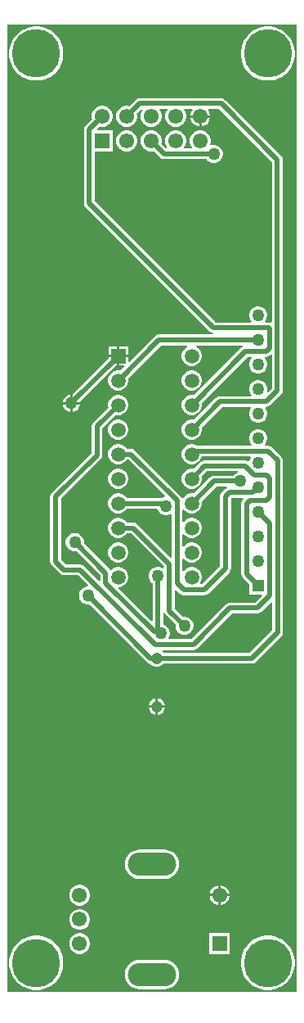
<source format=gbr>
%TF.GenerationSoftware,Altium Limited,Altium Designer,24.3.1 (35)*%
G04 Layer_Physical_Order=2*
G04 Layer_Color=16711680*
%FSLAX45Y45*%
%MOMM*%
%TF.SameCoordinates,0FFCB549-CC09-4AA2-A398-349E3E2AD51F*%
%TF.FilePolarity,Positive*%
%TF.FileFunction,Copper,L2,Bot,Signal*%
%TF.Part,Single*%
G01*
G75*
%TA.AperFunction,Conductor*%
%ADD12C,0.50000*%
%TA.AperFunction,ViaPad*%
%ADD13C,5.00000*%
%TA.AperFunction,ComponentPad*%
%ADD14C,1.55000*%
%ADD15R,1.55000X1.55000*%
%ADD16C,1.27000*%
%ADD17R,1.27000X1.27000*%
%ADD18R,1.50000X1.50000*%
%ADD19C,1.50000*%
%ADD20C,1.20000*%
G04:AMPARAMS|DCode=21|XSize=2.4mm|YSize=5mm|CornerRadius=1.2mm|HoleSize=0mm|Usage=FLASHONLY|Rotation=90.000|XOffset=0mm|YOffset=0mm|HoleType=Round|Shape=RoundedRectangle|*
%AMROUNDEDRECTD21*
21,1,2.40000,2.60000,0,0,90.0*
21,1,0.00000,5.00000,0,0,90.0*
1,1,2.40000,1.30000,0.00000*
1,1,2.40000,1.30000,0.00000*
1,1,2.40000,-1.30000,0.00000*
1,1,2.40000,-1.30000,0.00000*
%
%ADD21ROUNDEDRECTD21*%
%ADD22R,1.55000X1.55000*%
%TA.AperFunction,ViaPad*%
%ADD23C,1.27000*%
G36*
X3000000Y0D02*
X0D01*
Y10000000D01*
X3000000D01*
Y0D01*
D02*
G37*
%LPC*%
G36*
X2722036Y9980002D02*
X2677963D01*
X2634433Y9973107D01*
X2592517Y9959488D01*
X2553248Y9939479D01*
X2517592Y9913574D01*
X2486428Y9882410D01*
X2460522Y9846754D01*
X2440514Y9807485D01*
X2426895Y9765569D01*
X2420000Y9722038D01*
Y9677965D01*
X2426895Y9634435D01*
X2440514Y9592519D01*
X2460522Y9553250D01*
X2486428Y9517594D01*
X2517592Y9486430D01*
X2553248Y9460524D01*
X2592517Y9440516D01*
X2634433Y9426897D01*
X2677963Y9420002D01*
X2722036D01*
X2765567Y9426897D01*
X2807483Y9440516D01*
X2846752Y9460524D01*
X2882408Y9486430D01*
X2913572Y9517594D01*
X2939477Y9553250D01*
X2959486Y9592519D01*
X2973105Y9634435D01*
X2980000Y9677965D01*
Y9722038D01*
X2973105Y9765569D01*
X2959486Y9807485D01*
X2939477Y9846754D01*
X2913572Y9882410D01*
X2882408Y9913574D01*
X2846752Y9939479D01*
X2807483Y9959488D01*
X2765567Y9973107D01*
X2722036Y9980002D01*
D02*
G37*
G36*
X322036D02*
X277963D01*
X234433Y9973107D01*
X192517Y9959488D01*
X153248Y9939479D01*
X117592Y9913574D01*
X86428Y9882410D01*
X60522Y9846754D01*
X40514Y9807485D01*
X26894Y9765569D01*
X20000Y9722038D01*
Y9677965D01*
X26894Y9634435D01*
X40514Y9592519D01*
X60522Y9553250D01*
X86428Y9517594D01*
X117592Y9486430D01*
X153248Y9460524D01*
X192517Y9440516D01*
X234433Y9426897D01*
X277963Y9420002D01*
X322036D01*
X365566Y9426897D01*
X407482Y9440516D01*
X446752Y9460524D01*
X482407Y9486430D01*
X513572Y9517594D01*
X539477Y9553250D01*
X559486Y9592519D01*
X573105Y9634435D01*
X580000Y9677965D01*
Y9722038D01*
X573105Y9765569D01*
X559486Y9807485D01*
X539477Y9846754D01*
X513572Y9882410D01*
X482407Y9913574D01*
X446752Y9939479D01*
X407482Y9959488D01*
X365566Y9973107D01*
X322036Y9980002D01*
D02*
G37*
G36*
X2216140Y9239697D02*
X1371621D01*
X1350161Y9235429D01*
X1331968Y9223273D01*
X1263228Y9154533D01*
X1252154Y9157501D01*
X1223849D01*
X1196508Y9150175D01*
X1171995Y9136022D01*
X1151980Y9116007D01*
X1137827Y9091494D01*
X1130501Y9064153D01*
Y9035848D01*
X1137827Y9008507D01*
X1151980Y8983994D01*
X1171995Y8963979D01*
X1196508Y8949827D01*
X1223849Y8942501D01*
X1252154D01*
X1279495Y8949827D01*
X1304008Y8963979D01*
X1324023Y8983994D01*
X1338175Y9008507D01*
X1345501Y9035848D01*
Y9064153D01*
X1342534Y9075228D01*
X1389621Y9122314D01*
X1394097Y9122718D01*
X1395603Y9122186D01*
X1400935Y9107269D01*
X1391827Y9091494D01*
X1384501Y9064153D01*
Y9035848D01*
X1391827Y9008507D01*
X1405980Y8983994D01*
X1425995Y8963979D01*
X1450508Y8949827D01*
X1477849Y8942501D01*
X1506154D01*
X1533495Y8949827D01*
X1558008Y8963979D01*
X1578023Y8983994D01*
X1592175Y9008507D01*
X1599501Y9035848D01*
Y9064153D01*
X1592175Y9091494D01*
X1578695Y9114843D01*
X1581130Y9123509D01*
X1582801Y9127543D01*
X1655202D01*
X1656872Y9123509D01*
X1659308Y9114843D01*
X1645827Y9091494D01*
X1638501Y9064153D01*
Y9035848D01*
X1645827Y9008507D01*
X1659980Y8983994D01*
X1679995Y8963979D01*
X1704508Y8949827D01*
X1731849Y8942501D01*
X1760154D01*
X1787495Y8949827D01*
X1812008Y8963979D01*
X1832023Y8983994D01*
X1846175Y9008507D01*
X1853501Y9035848D01*
Y9064153D01*
X1846175Y9091494D01*
X1832695Y9114843D01*
X1835130Y9123509D01*
X1836801Y9127543D01*
X1915427D01*
X1920287Y9115809D01*
X1917661Y9113183D01*
X1904114Y9089719D01*
X1897101Y9063548D01*
Y9062701D01*
X2102901D01*
Y9063548D01*
X2095889Y9089719D01*
X2082342Y9113183D01*
X2079715Y9115809D01*
X2084575Y9127543D01*
X2192912D01*
X2742424Y8578031D01*
Y6925480D01*
X2729724Y6917434D01*
X2713421Y6920677D01*
X2675502D01*
X2670642Y6932411D01*
X2674819Y6936587D01*
X2687128Y6957908D01*
X2693500Y6981688D01*
Y7006307D01*
X2687128Y7030087D01*
X2674819Y7051408D01*
X2657410Y7068816D01*
X2636090Y7081126D01*
X2612310Y7087498D01*
X2587691D01*
X2563911Y7081126D01*
X2542590Y7068816D01*
X2525182Y7051408D01*
X2512872Y7030087D01*
X2506500Y7006307D01*
Y6981688D01*
X2512872Y6957908D01*
X2525182Y6936587D01*
X2529358Y6932411D01*
X2524498Y6920677D01*
X2160628D01*
X905697Y8175608D01*
Y8688501D01*
X1091501D01*
Y8903501D01*
X933400D01*
X928540Y8915234D01*
X958774Y8945468D01*
X969849Y8942501D01*
X998154D01*
X1025495Y8949827D01*
X1050008Y8963979D01*
X1070023Y8983994D01*
X1084175Y9008507D01*
X1091501Y9035848D01*
Y9064153D01*
X1084175Y9091494D01*
X1070023Y9116007D01*
X1050008Y9136022D01*
X1025495Y9150175D01*
X998154Y9157501D01*
X969849D01*
X942508Y9150175D01*
X917995Y9136022D01*
X897980Y9116007D01*
X883827Y9091494D01*
X876501Y9064153D01*
Y9035848D01*
X879469Y9024774D01*
X809967Y8955272D01*
X797811Y8937079D01*
X793543Y8915619D01*
Y8152380D01*
X797811Y8130920D01*
X809967Y8112727D01*
X2097747Y6824947D01*
X2115940Y6812791D01*
X2136131Y6808775D01*
X2134880Y6796075D01*
X1570000D01*
X1548540Y6791807D01*
X1530347Y6779650D01*
X1262134Y6511437D01*
X1250400Y6516297D01*
Y6561299D01*
X1162700D01*
Y6473599D01*
X1207702D01*
X1212562Y6461865D01*
X1173186Y6422490D01*
X1163824Y6424998D01*
X1136177D01*
X1109472Y6417843D01*
X1085529Y6404019D01*
X1065980Y6384470D01*
X1052156Y6360527D01*
X1045001Y6333822D01*
Y6306175D01*
X1052156Y6279470D01*
X1065980Y6255527D01*
X1085529Y6235978D01*
X1109472Y6222154D01*
X1136177Y6214999D01*
X1163824D01*
X1190529Y6222154D01*
X1214472Y6235978D01*
X1234021Y6255527D01*
X1247845Y6279470D01*
X1255000Y6306175D01*
Y6333822D01*
X1252492Y6343184D01*
X1593228Y6683920D01*
X1863874D01*
X1864811Y6682320D01*
X1860356Y6665425D01*
X1847529Y6658019D01*
X1827980Y6638470D01*
X1814156Y6614527D01*
X1807001Y6587822D01*
Y6560175D01*
X1814156Y6533470D01*
X1827980Y6509527D01*
X1847529Y6489978D01*
X1871472Y6476154D01*
X1898177Y6468999D01*
X1925824D01*
X1952529Y6476154D01*
X1976472Y6489978D01*
X1996021Y6509527D01*
X2009845Y6533470D01*
X2017000Y6560175D01*
Y6587822D01*
X2009845Y6614527D01*
X1996021Y6638470D01*
X1976472Y6658019D01*
X1963645Y6665425D01*
X1959190Y6682320D01*
X1960127Y6683920D01*
X2441172D01*
X2442541Y6680156D01*
X2443284Y6671220D01*
X2427109Y6660413D01*
X1935186Y6168490D01*
X1925824Y6170998D01*
X1898177D01*
X1871472Y6163843D01*
X1847529Y6150019D01*
X1827980Y6130470D01*
X1814156Y6106527D01*
X1807001Y6079822D01*
Y6052175D01*
X1814156Y6025470D01*
X1827980Y6001527D01*
X1847529Y5981978D01*
X1871472Y5968154D01*
X1898177Y5960999D01*
X1925824D01*
X1952529Y5968154D01*
X1976472Y5981978D01*
X1996021Y6001527D01*
X2009845Y6025470D01*
X2017000Y6052175D01*
Y6079822D01*
X2014492Y6089184D01*
X2489990Y6564683D01*
X2528496D01*
X2533756Y6551983D01*
X2525182Y6543408D01*
X2512872Y6522087D01*
X2506500Y6498307D01*
Y6473688D01*
X2512872Y6449908D01*
X2525182Y6428587D01*
X2542590Y6411179D01*
X2563911Y6398870D01*
X2587691Y6392498D01*
X2612310D01*
X2636090Y6398870D01*
X2657410Y6411179D01*
X2674819Y6428587D01*
X2687128Y6449908D01*
X2693500Y6473688D01*
Y6498307D01*
X2687128Y6522087D01*
X2674819Y6543408D01*
X2666244Y6551983D01*
X2671505Y6564683D01*
X2683500D01*
X2704960Y6568951D01*
X2723153Y6581107D01*
X2730691Y6588645D01*
X2742424Y6583785D01*
Y6240829D01*
X2701292Y6199697D01*
X2689905Y6206271D01*
X2693500Y6219688D01*
Y6244307D01*
X2687128Y6268087D01*
X2674819Y6289408D01*
X2657410Y6306816D01*
X2636090Y6319126D01*
X2612310Y6325498D01*
X2587691D01*
X2563911Y6319126D01*
X2542590Y6306816D01*
X2525182Y6289408D01*
X2512872Y6268087D01*
X2506500Y6244307D01*
Y6219688D01*
X2512872Y6195908D01*
X2525182Y6174587D01*
X2529358Y6170411D01*
X2524498Y6158677D01*
X2202602D01*
X2181142Y6154409D01*
X2162949Y6142253D01*
X1935186Y5914490D01*
X1925824Y5916998D01*
X1898177D01*
X1871472Y5909843D01*
X1847529Y5896019D01*
X1827980Y5876470D01*
X1814156Y5852527D01*
X1807001Y5825822D01*
Y5798175D01*
X1814156Y5771470D01*
X1827980Y5747527D01*
X1847529Y5727978D01*
X1871472Y5714154D01*
X1898177Y5706999D01*
X1925824D01*
X1952529Y5714154D01*
X1976472Y5727978D01*
X1996021Y5747527D01*
X2009845Y5771470D01*
X2017000Y5798175D01*
Y5825822D01*
X2014492Y5835184D01*
X2225830Y6046523D01*
X2520392D01*
X2524266Y6033823D01*
X2512872Y6014087D01*
X2506500Y5990307D01*
Y5965688D01*
X2512872Y5941908D01*
X2525182Y5920587D01*
X2542590Y5903179D01*
X2563911Y5890870D01*
X2587691Y5884498D01*
X2612310D01*
X2636090Y5890870D01*
X2657410Y5903179D01*
X2674819Y5920587D01*
X2687128Y5941908D01*
X2693500Y5965688D01*
Y5990307D01*
X2687128Y6014087D01*
X2675734Y6033823D01*
X2679608Y6046523D01*
X2683500D01*
X2704960Y6050791D01*
X2723153Y6062947D01*
X2838154Y6177948D01*
X2850310Y6196141D01*
X2854578Y6217601D01*
Y8601259D01*
X2850310Y8622719D01*
X2838154Y8640912D01*
X2255793Y9223273D01*
X2237600Y9235429D01*
X2216140Y9239697D01*
D02*
G37*
G36*
X2102901Y9037301D02*
X2012701D01*
Y8947101D01*
X2013548D01*
X2039719Y8954113D01*
X2063183Y8967660D01*
X2082342Y8986819D01*
X2095889Y9010283D01*
X2102901Y9036454D01*
Y9037301D01*
D02*
G37*
G36*
X1987301D02*
X1897101D01*
Y9036454D01*
X1904114Y9010283D01*
X1917661Y8986819D01*
X1936819Y8967660D01*
X1960283Y8954113D01*
X1986454Y8947101D01*
X1987301D01*
Y9037301D01*
D02*
G37*
G36*
X2014154Y8903501D02*
X1985849D01*
X1958508Y8896175D01*
X1933995Y8882022D01*
X1913980Y8862007D01*
X1899827Y8837494D01*
X1892501Y8810153D01*
Y8781848D01*
X1899827Y8754507D01*
X1912997Y8731697D01*
X1909037Y8718997D01*
X1836965D01*
X1833006Y8731697D01*
X1846175Y8754507D01*
X1853501Y8781848D01*
Y8810153D01*
X1846175Y8837494D01*
X1832023Y8862007D01*
X1812008Y8882022D01*
X1787495Y8896175D01*
X1760154Y8903501D01*
X1731849D01*
X1704508Y8896175D01*
X1679995Y8882022D01*
X1659980Y8862007D01*
X1645827Y8837494D01*
X1638501Y8810153D01*
Y8781848D01*
X1645827Y8754507D01*
X1654470Y8739538D01*
X1648281Y8725130D01*
X1643297Y8724010D01*
X1596534Y8770774D01*
X1599501Y8781848D01*
Y8810153D01*
X1592175Y8837494D01*
X1578023Y8862007D01*
X1558008Y8882022D01*
X1533495Y8896175D01*
X1506154Y8903501D01*
X1477849D01*
X1450508Y8896175D01*
X1425995Y8882022D01*
X1405980Y8862007D01*
X1391827Y8837494D01*
X1384501Y8810153D01*
Y8781848D01*
X1391827Y8754507D01*
X1405980Y8729994D01*
X1425995Y8709979D01*
X1450508Y8695827D01*
X1477849Y8688501D01*
X1506154D01*
X1517228Y8691468D01*
X1585429Y8623267D01*
X1603622Y8611111D01*
X1625082Y8606843D01*
X2064352D01*
X2065122Y8605510D01*
X2082530Y8588101D01*
X2103851Y8575792D01*
X2127630Y8569420D01*
X2152250D01*
X2176030Y8575792D01*
X2197350Y8588101D01*
X2214759Y8605510D01*
X2227068Y8626830D01*
X2233440Y8650610D01*
Y8675230D01*
X2227068Y8699010D01*
X2214759Y8720330D01*
X2197350Y8737738D01*
X2176030Y8750048D01*
X2152250Y8756420D01*
X2127630D01*
X2112769Y8752438D01*
X2102399Y8762807D01*
X2107501Y8781848D01*
Y8810153D01*
X2100175Y8837494D01*
X2086023Y8862007D01*
X2066008Y8882022D01*
X2041495Y8896175D01*
X2014154Y8903501D01*
D02*
G37*
G36*
X1252154D02*
X1223849D01*
X1196508Y8896175D01*
X1171995Y8882022D01*
X1151980Y8862007D01*
X1137827Y8837494D01*
X1130501Y8810153D01*
Y8781848D01*
X1137827Y8754507D01*
X1151980Y8729994D01*
X1171995Y8709979D01*
X1196508Y8695827D01*
X1223849Y8688501D01*
X1252154D01*
X1279495Y8695827D01*
X1304008Y8709979D01*
X1324023Y8729994D01*
X1338175Y8754507D01*
X1345501Y8781848D01*
Y8810153D01*
X1338175Y8837494D01*
X1324023Y8862007D01*
X1304008Y8882022D01*
X1279495Y8896175D01*
X1252154Y8903501D01*
D02*
G37*
G36*
X1250400Y6674398D02*
X1162700D01*
Y6586699D01*
X1250400D01*
Y6674398D01*
D02*
G37*
G36*
X1137300D02*
X1049601D01*
Y6586699D01*
X1137300D01*
Y6674398D01*
D02*
G37*
G36*
X1925824Y6424998D02*
X1898177D01*
X1871472Y6417843D01*
X1847529Y6404019D01*
X1827980Y6384470D01*
X1814156Y6360527D01*
X1807001Y6333822D01*
Y6306175D01*
X1814156Y6279470D01*
X1827980Y6255527D01*
X1847529Y6235978D01*
X1871472Y6222154D01*
X1898177Y6214999D01*
X1925824D01*
X1952529Y6222154D01*
X1976472Y6235978D01*
X1996021Y6255527D01*
X2009845Y6279470D01*
X2017000Y6306175D01*
Y6333822D01*
X2009845Y6360527D01*
X1996021Y6384470D01*
X1976472Y6404019D01*
X1952529Y6417843D01*
X1925824Y6424998D01*
D02*
G37*
G36*
X1137300Y6561299D02*
X1049601D01*
Y6552904D01*
X675198Y6178502D01*
Y6099196D01*
X754504D01*
X1128906Y6473599D01*
X1137300D01*
Y6561299D01*
D02*
G37*
G36*
X649798Y6175129D02*
X628184Y6169338D01*
X607912Y6157634D01*
X591361Y6141082D01*
X579657Y6120810D01*
X573865Y6099196D01*
X649798D01*
Y6175129D01*
D02*
G37*
G36*
X751131Y6073796D02*
X675198D01*
Y5997863D01*
X696812Y6003655D01*
X717084Y6015359D01*
X733636Y6031910D01*
X745340Y6052182D01*
X751131Y6073796D01*
D02*
G37*
G36*
X649798D02*
X573865D01*
X579657Y6052182D01*
X591361Y6031910D01*
X607912Y6015359D01*
X628184Y6003655D01*
X649798Y5997863D01*
Y6073796D01*
D02*
G37*
G36*
X1163824Y6170998D02*
X1136177D01*
X1109472Y6163843D01*
X1085529Y6150019D01*
X1065980Y6130470D01*
X1052156Y6106527D01*
X1045001Y6079822D01*
Y6052175D01*
X1047509Y6042813D01*
X891247Y5886551D01*
X879091Y5868358D01*
X874823Y5846898D01*
Y5572108D01*
X461987Y5159273D01*
X449831Y5141080D01*
X445563Y5119620D01*
Y4449060D01*
X449831Y4427600D01*
X461987Y4409407D01*
X548347Y4323047D01*
X566540Y4310891D01*
X588000Y4306623D01*
X733575D01*
X835963Y4204235D01*
X831102Y4192502D01*
X825190D01*
X801410Y4186130D01*
X780089Y4173821D01*
X762681Y4156413D01*
X750371Y4135092D01*
X743999Y4111312D01*
Y4086693D01*
X750371Y4062913D01*
X762681Y4041592D01*
X780089Y4024184D01*
X801410Y4011874D01*
X825190Y4005502D01*
X849809D01*
X851295Y4005901D01*
X1446847Y3410349D01*
X1465040Y3398193D01*
X1477409Y3395733D01*
X1477982Y3394741D01*
X1494739Y3377984D01*
X1515261Y3366135D01*
X1538151Y3360002D01*
X1561848D01*
X1584738Y3366135D01*
X1605261Y3377984D01*
X1621201Y3393924D01*
X2535342D01*
X2556802Y3398193D01*
X2574995Y3410349D01*
X2839993Y3675347D01*
X2852149Y3693540D01*
X2856417Y3715000D01*
Y5493000D01*
X2852149Y5514460D01*
X2839993Y5532653D01*
X2743473Y5629173D01*
X2725280Y5641329D01*
X2703820Y5645597D01*
X2671789D01*
X2666529Y5658297D01*
X2674819Y5666587D01*
X2687128Y5687908D01*
X2693500Y5711688D01*
Y5736307D01*
X2687128Y5760087D01*
X2674819Y5781408D01*
X2657410Y5798816D01*
X2636090Y5811126D01*
X2612310Y5817498D01*
X2587691D01*
X2563911Y5811126D01*
X2542590Y5798816D01*
X2525182Y5781408D01*
X2512872Y5760087D01*
X2506500Y5736307D01*
Y5711688D01*
X2512872Y5687908D01*
X2525182Y5666587D01*
X2533472Y5658297D01*
X2528211Y5645597D01*
X1970274D01*
X1952529Y5655843D01*
X1925824Y5662998D01*
X1898177D01*
X1871472Y5655843D01*
X1847529Y5642019D01*
X1827980Y5622470D01*
X1814156Y5598527D01*
X1807001Y5571822D01*
Y5544175D01*
X1814156Y5517470D01*
X1827980Y5493527D01*
X1847529Y5473978D01*
X1871472Y5460154D01*
X1898177Y5452999D01*
X1925824D01*
X1952529Y5460154D01*
X1976472Y5473978D01*
X1996021Y5493527D01*
X2009845Y5517470D01*
X2014124Y5533443D01*
X2514001D01*
X2521333Y5520743D01*
X2512872Y5506087D01*
X2508477Y5489684D01*
X2494527Y5483790D01*
X2494420Y5483803D01*
X2486749Y5488929D01*
X2465289Y5493197D01*
X2045122D01*
X2023662Y5488929D01*
X2005469Y5476773D01*
X1935186Y5406490D01*
X1925824Y5408998D01*
X1898177D01*
X1871472Y5401843D01*
X1847529Y5388019D01*
X1827980Y5368470D01*
X1814156Y5344527D01*
X1807001Y5317822D01*
Y5290175D01*
X1814156Y5263470D01*
X1827980Y5239527D01*
X1847529Y5219978D01*
X1871472Y5206154D01*
X1898177Y5198999D01*
X1925824D01*
X1952529Y5206154D01*
X1976472Y5219978D01*
X1996021Y5239527D01*
X2009845Y5263470D01*
X2017000Y5290175D01*
Y5317822D01*
X2014492Y5327184D01*
X2068350Y5381043D01*
X2384915D01*
X2386587Y5368343D01*
X2380711Y5366768D01*
X2359390Y5354458D01*
X2341982Y5337050D01*
X2341212Y5335717D01*
X2141642D01*
X2120182Y5331449D01*
X2101989Y5319293D01*
X1935186Y5152490D01*
X1925824Y5154998D01*
X1898177D01*
X1871472Y5147843D01*
X1847529Y5134019D01*
X1827980Y5114470D01*
X1823410Y5106554D01*
X1808943Y5106898D01*
X1800254Y5119903D01*
X1322505Y5597651D01*
X1304313Y5609807D01*
X1282853Y5614076D01*
X1238867D01*
X1234021Y5622470D01*
X1214472Y5642019D01*
X1190529Y5655843D01*
X1163824Y5662998D01*
X1136177D01*
X1109472Y5655843D01*
X1085529Y5642019D01*
X1065980Y5622470D01*
X1052156Y5598527D01*
X1045001Y5571822D01*
Y5544175D01*
X1052156Y5517470D01*
X1065980Y5493527D01*
X1085529Y5473978D01*
X1109472Y5460154D01*
X1136177Y5452999D01*
X1163824D01*
X1190529Y5460154D01*
X1214472Y5473978D01*
X1234021Y5493527D01*
X1238867Y5501921D01*
X1259625D01*
X1633615Y5127931D01*
X1627578Y5116007D01*
X1606011Y5110228D01*
X1598819Y5106076D01*
X1238867D01*
X1234021Y5114470D01*
X1214472Y5134019D01*
X1190529Y5147843D01*
X1163824Y5154998D01*
X1136177D01*
X1109472Y5147843D01*
X1085529Y5134019D01*
X1065980Y5114470D01*
X1052156Y5090527D01*
X1045001Y5063822D01*
Y5036175D01*
X1052156Y5009470D01*
X1065980Y4985527D01*
X1085529Y4965978D01*
X1109472Y4952154D01*
X1136177Y4944999D01*
X1163824D01*
X1190529Y4952154D01*
X1214472Y4965978D01*
X1234021Y4985527D01*
X1238867Y4993921D01*
X1553120D01*
X1554972Y4987010D01*
X1567282Y4965690D01*
X1584690Y4948281D01*
X1606011Y4935972D01*
X1629790Y4929600D01*
X1654410D01*
X1678190Y4935972D01*
X1691824Y4943844D01*
X1704524Y4936511D01*
Y4492695D01*
X1692791Y4487835D01*
X1344974Y4835651D01*
X1326781Y4847807D01*
X1305321Y4852076D01*
X1238867D01*
X1234021Y4860470D01*
X1214472Y4880019D01*
X1190529Y4893843D01*
X1163824Y4900998D01*
X1136177D01*
X1109472Y4893843D01*
X1085529Y4880019D01*
X1065980Y4860470D01*
X1052156Y4836527D01*
X1045001Y4809822D01*
Y4782175D01*
X1052156Y4755470D01*
X1065980Y4731527D01*
X1085529Y4711978D01*
X1109472Y4698154D01*
X1136177Y4690999D01*
X1163824D01*
X1190529Y4698154D01*
X1214472Y4711978D01*
X1234021Y4731527D01*
X1238867Y4739921D01*
X1282093D01*
X1622564Y4399451D01*
X1621499Y4386631D01*
X1610914Y4380783D01*
X1596910Y4388868D01*
X1573130Y4395240D01*
X1548510D01*
X1524731Y4388868D01*
X1503410Y4376558D01*
X1486002Y4359150D01*
X1473692Y4337830D01*
X1467320Y4314050D01*
Y4289430D01*
X1473692Y4265650D01*
X1486002Y4244330D01*
X1503410Y4226921D01*
X1504743Y4226152D01*
Y3834720D01*
X1493009Y3829859D01*
X1151603Y4171265D01*
X1156464Y4182999D01*
X1163824D01*
X1190529Y4190154D01*
X1214472Y4203978D01*
X1234021Y4223527D01*
X1247845Y4247470D01*
X1255000Y4274175D01*
Y4301822D01*
X1247845Y4328527D01*
X1234021Y4352470D01*
X1214472Y4372019D01*
X1190529Y4385843D01*
X1163824Y4392998D01*
X1136177D01*
X1109472Y4385843D01*
X1085529Y4372019D01*
X1076148Y4362638D01*
X1063509Y4363883D01*
X1059653Y4369652D01*
X793102Y4636204D01*
X793500Y4637690D01*
Y4662310D01*
X787128Y4686090D01*
X774819Y4707410D01*
X757410Y4724819D01*
X736090Y4737128D01*
X712310Y4743500D01*
X687691D01*
X663911Y4737128D01*
X642590Y4724819D01*
X625182Y4707410D01*
X612872Y4686090D01*
X606500Y4662310D01*
Y4637690D01*
X612872Y4613911D01*
X625182Y4592590D01*
X642590Y4575182D01*
X663911Y4562872D01*
X687691Y4556500D01*
X712310D01*
X713796Y4556898D01*
X963923Y4306772D01*
Y4251479D01*
X952190Y4246619D01*
X796456Y4402353D01*
X778263Y4414509D01*
X756803Y4418777D01*
X611228D01*
X557717Y4472288D01*
Y5096392D01*
X970553Y5509227D01*
X982709Y5527420D01*
X986977Y5548880D01*
Y5823670D01*
X1126815Y5963508D01*
X1136177Y5960999D01*
X1163824D01*
X1190529Y5968154D01*
X1214472Y5981978D01*
X1234021Y6001527D01*
X1247845Y6025470D01*
X1255000Y6052175D01*
Y6079822D01*
X1247845Y6106527D01*
X1234021Y6130470D01*
X1214472Y6150019D01*
X1190529Y6163843D01*
X1163824Y6170998D01*
D02*
G37*
G36*
Y5916998D02*
X1136177D01*
X1109472Y5909843D01*
X1085529Y5896019D01*
X1065980Y5876470D01*
X1052156Y5852527D01*
X1045001Y5825822D01*
Y5798175D01*
X1052156Y5771470D01*
X1065980Y5747527D01*
X1085529Y5727978D01*
X1109472Y5714154D01*
X1136177Y5706999D01*
X1163824D01*
X1190529Y5714154D01*
X1214472Y5727978D01*
X1234021Y5747527D01*
X1247845Y5771470D01*
X1255000Y5798175D01*
Y5825822D01*
X1247845Y5852527D01*
X1234021Y5876470D01*
X1214472Y5896019D01*
X1190529Y5909843D01*
X1163824Y5916998D01*
D02*
G37*
G36*
Y5408998D02*
X1136177D01*
X1109472Y5401843D01*
X1085529Y5388019D01*
X1065980Y5368470D01*
X1052156Y5344527D01*
X1045001Y5317822D01*
Y5290175D01*
X1052156Y5263470D01*
X1065980Y5239527D01*
X1085529Y5219978D01*
X1109472Y5206154D01*
X1136177Y5198999D01*
X1163824D01*
X1190529Y5206154D01*
X1214472Y5219978D01*
X1234021Y5239527D01*
X1247845Y5263470D01*
X1255000Y5290175D01*
Y5317822D01*
X1247845Y5344527D01*
X1234021Y5368470D01*
X1214472Y5388019D01*
X1190529Y5401843D01*
X1163824Y5408998D01*
D02*
G37*
G36*
Y4646998D02*
X1136177D01*
X1109472Y4639843D01*
X1085529Y4626019D01*
X1065980Y4606470D01*
X1052156Y4582527D01*
X1045001Y4555822D01*
Y4528175D01*
X1052156Y4501470D01*
X1065980Y4477527D01*
X1085529Y4457978D01*
X1109472Y4444154D01*
X1136177Y4436999D01*
X1163824D01*
X1190529Y4444154D01*
X1214472Y4457978D01*
X1234021Y4477527D01*
X1247845Y4501470D01*
X1255000Y4528175D01*
Y4555822D01*
X1247845Y4582527D01*
X1234021Y4606470D01*
X1214472Y4626019D01*
X1190529Y4639843D01*
X1163824Y4646998D01*
D02*
G37*
G36*
X1562700Y3035012D02*
Y2962703D01*
X1635009D01*
X1629580Y2982966D01*
X1618337Y3002440D01*
X1602436Y3018340D01*
X1582963Y3029583D01*
X1562700Y3035012D01*
D02*
G37*
G36*
X1537300D02*
X1517037Y3029583D01*
X1497563Y3018340D01*
X1481663Y3002440D01*
X1470420Y2982966D01*
X1464990Y2962703D01*
X1537300D01*
Y3035012D01*
D02*
G37*
G36*
X1635009Y2937303D02*
X1562700D01*
Y2864993D01*
X1582963Y2870423D01*
X1602436Y2881666D01*
X1618337Y2897566D01*
X1629580Y2917040D01*
X1635009Y2937303D01*
D02*
G37*
G36*
X1537300D02*
X1464990D01*
X1470420Y2917040D01*
X1481663Y2897566D01*
X1497563Y2881666D01*
X1517037Y2870423D01*
X1537300Y2864993D01*
Y2937303D01*
D02*
G37*
G36*
X1630002Y1470724D02*
X1370002D01*
X1340597Y1467828D01*
X1312322Y1459251D01*
X1286264Y1445322D01*
X1263423Y1426578D01*
X1244678Y1403737D01*
X1230750Y1377678D01*
X1222173Y1349403D01*
X1219277Y1319998D01*
X1222173Y1290593D01*
X1230750Y1262318D01*
X1244678Y1236260D01*
X1263423Y1213419D01*
X1286264Y1194675D01*
X1312322Y1180746D01*
X1340597Y1172169D01*
X1370002Y1169273D01*
X1630002D01*
X1659407Y1172169D01*
X1687682Y1180746D01*
X1713741Y1194675D01*
X1736581Y1213419D01*
X1755326Y1236260D01*
X1769255Y1262318D01*
X1777832Y1290593D01*
X1780728Y1319998D01*
X1777832Y1349403D01*
X1769255Y1377678D01*
X1755326Y1403737D01*
X1736581Y1426578D01*
X1713741Y1445322D01*
X1687682Y1459251D01*
X1659407Y1467828D01*
X1630002Y1470724D01*
D02*
G37*
G36*
X2213548Y1102899D02*
X2212701D01*
Y1012699D01*
X2302901D01*
Y1013546D01*
X2295888Y1039717D01*
X2282341Y1063181D01*
X2263183Y1082339D01*
X2239719Y1095887D01*
X2213548Y1102899D01*
D02*
G37*
G36*
X2187301D02*
X2186454D01*
X2160283Y1095887D01*
X2136819Y1082339D01*
X2117660Y1063181D01*
X2104113Y1039717D01*
X2097101Y1013546D01*
Y1012699D01*
X2187301D01*
Y1102899D01*
D02*
G37*
G36*
X2302901Y987299D02*
X2212701D01*
Y897099D01*
X2213548D01*
X2239719Y904111D01*
X2263183Y917659D01*
X2282341Y936817D01*
X2295888Y960281D01*
X2302901Y986452D01*
Y987299D01*
D02*
G37*
G36*
X2187301D02*
X2097101D01*
Y986452D01*
X2104113Y960281D01*
X2117660Y936817D01*
X2136819Y917659D01*
X2160283Y904111D01*
X2186454Y897099D01*
X2187301D01*
Y987299D01*
D02*
G37*
G36*
X764154Y1107499D02*
X735849D01*
X708508Y1100173D01*
X683995Y1086020D01*
X663980Y1066005D01*
X649827Y1041492D01*
X642501Y1014152D01*
Y985846D01*
X649827Y958506D01*
X663980Y933993D01*
X683995Y913978D01*
X708508Y899825D01*
X735849Y892499D01*
X764154D01*
X791495Y899825D01*
X816008Y913978D01*
X836023Y933993D01*
X850175Y958506D01*
X857501Y985846D01*
Y1014152D01*
X850175Y1041492D01*
X836023Y1066005D01*
X816008Y1086020D01*
X791495Y1100173D01*
X764154Y1107499D01*
D02*
G37*
G36*
Y857502D02*
X735849D01*
X708508Y850176D01*
X683995Y836023D01*
X663980Y816009D01*
X649827Y791495D01*
X642501Y764155D01*
Y735849D01*
X649827Y708509D01*
X663980Y683996D01*
X683995Y663981D01*
X708508Y649828D01*
X735849Y642502D01*
X764154D01*
X791495Y649828D01*
X816008Y663981D01*
X836023Y683996D01*
X850175Y708509D01*
X857501Y735849D01*
Y764155D01*
X850175Y791495D01*
X836023Y816009D01*
X816008Y836023D01*
X791495Y850176D01*
X764154Y857502D01*
D02*
G37*
G36*
X2307501Y607500D02*
X2092501D01*
Y392500D01*
X2307501D01*
Y607500D01*
D02*
G37*
G36*
X764154D02*
X735849D01*
X708508Y600174D01*
X683995Y586021D01*
X663980Y566006D01*
X649827Y541493D01*
X642501Y514153D01*
Y485847D01*
X649827Y458507D01*
X663980Y433994D01*
X683995Y413979D01*
X708508Y399826D01*
X735849Y392500D01*
X764154D01*
X791495Y399826D01*
X816008Y413979D01*
X836023Y433994D01*
X850175Y458507D01*
X857501Y485847D01*
Y514153D01*
X850175Y541493D01*
X836023Y566006D01*
X816008Y586021D01*
X791495Y600174D01*
X764154Y607500D01*
D02*
G37*
G36*
X1630002Y330726D02*
X1370002D01*
X1340597Y327830D01*
X1312322Y319253D01*
X1286264Y305325D01*
X1263423Y286580D01*
X1244678Y263739D01*
X1230750Y237681D01*
X1222173Y209406D01*
X1219277Y180001D01*
X1222173Y150596D01*
X1230750Y122321D01*
X1244678Y96262D01*
X1263423Y73421D01*
X1286264Y54677D01*
X1312322Y40748D01*
X1340597Y32171D01*
X1370002Y29275D01*
X1630002D01*
X1659407Y32171D01*
X1687682Y40748D01*
X1713741Y54677D01*
X1736581Y73421D01*
X1755326Y96262D01*
X1769255Y122321D01*
X1777832Y150596D01*
X1780728Y180001D01*
X1777832Y209406D01*
X1769255Y237681D01*
X1755326Y263739D01*
X1736581Y286580D01*
X1713741Y305325D01*
X1687682Y319253D01*
X1659407Y327830D01*
X1630002Y330726D01*
D02*
G37*
G36*
X2722036Y580000D02*
X2677963D01*
X2634433Y573106D01*
X2592517Y559487D01*
X2553248Y539478D01*
X2517592Y513573D01*
X2486428Y482408D01*
X2460522Y446752D01*
X2440514Y407483D01*
X2426895Y365567D01*
X2420000Y322037D01*
Y277964D01*
X2426895Y234434D01*
X2440514Y192518D01*
X2460522Y153248D01*
X2486428Y117593D01*
X2517592Y86428D01*
X2553248Y60523D01*
X2592517Y40514D01*
X2634433Y26895D01*
X2677963Y20000D01*
X2722036D01*
X2765567Y26895D01*
X2807483Y40514D01*
X2846752Y60523D01*
X2882408Y86428D01*
X2913572Y117593D01*
X2939477Y153248D01*
X2959486Y192518D01*
X2973105Y234434D01*
X2980000Y277964D01*
Y322037D01*
X2973105Y365567D01*
X2959486Y407483D01*
X2939477Y446752D01*
X2913572Y482408D01*
X2882408Y513573D01*
X2846752Y539478D01*
X2807483Y559487D01*
X2765567Y573106D01*
X2722036Y580000D01*
D02*
G37*
G36*
X322036D02*
X277963D01*
X234433Y573106D01*
X192517Y559487D01*
X153248Y539478D01*
X117592Y513573D01*
X86428Y482408D01*
X60522Y446752D01*
X40514Y407483D01*
X26894Y365567D01*
X20000Y322037D01*
Y277964D01*
X26894Y234434D01*
X40514Y192518D01*
X60522Y153248D01*
X86428Y117593D01*
X117592Y86428D01*
X153248Y60523D01*
X192517Y40514D01*
X234433Y26895D01*
X277963Y20000D01*
X322036D01*
X365566Y26895D01*
X407482Y40514D01*
X446752Y60523D01*
X482407Y86428D01*
X513572Y117593D01*
X539477Y153248D01*
X559486Y192518D01*
X573105Y234434D01*
X580000Y277964D01*
Y322037D01*
X573105Y365567D01*
X559486Y407483D01*
X539477Y446752D01*
X513572Y482408D01*
X482407Y513573D01*
X446752Y539478D01*
X407482Y559487D01*
X365566Y573106D01*
X322036Y580000D01*
D02*
G37*
%LPD*%
G36*
X2276401Y5210863D02*
X2261328Y5200791D01*
X2222207Y5161670D01*
X2210051Y5143478D01*
X2205783Y5122018D01*
Y4401168D01*
X2017652Y4213037D01*
X2001625D01*
X1997297Y4225737D01*
X2009845Y4247470D01*
X2017000Y4274175D01*
Y4301822D01*
X2009845Y4328527D01*
X1996021Y4352470D01*
X1976472Y4372019D01*
X1952529Y4385843D01*
X1925824Y4392998D01*
X1898177D01*
X1871472Y4385843D01*
X1847529Y4372019D01*
X1829379Y4353869D01*
X1816679Y4355847D01*
Y4474150D01*
X1829379Y4476128D01*
X1847529Y4457978D01*
X1871472Y4444154D01*
X1898177Y4436999D01*
X1925824D01*
X1952529Y4444154D01*
X1976472Y4457978D01*
X1996021Y4477527D01*
X2009845Y4501470D01*
X2017000Y4528175D01*
Y4555822D01*
X2009845Y4582527D01*
X1996021Y4606470D01*
X1976472Y4626019D01*
X1952529Y4639843D01*
X1925824Y4646998D01*
X1898177D01*
X1871472Y4639843D01*
X1847529Y4626019D01*
X1829379Y4607869D01*
X1816679Y4609847D01*
Y4728150D01*
X1829379Y4730128D01*
X1847529Y4711978D01*
X1871472Y4698154D01*
X1898177Y4690999D01*
X1925824D01*
X1952529Y4698154D01*
X1976472Y4711978D01*
X1996021Y4731527D01*
X2009845Y4755470D01*
X2017000Y4782175D01*
Y4809822D01*
X2009845Y4836527D01*
X1996021Y4860470D01*
X1976472Y4880019D01*
X1952529Y4893843D01*
X1925824Y4900998D01*
X1898177D01*
X1871472Y4893843D01*
X1847529Y4880019D01*
X1829379Y4861869D01*
X1816679Y4863847D01*
Y4982150D01*
X1829379Y4984128D01*
X1847529Y4965978D01*
X1871472Y4952154D01*
X1898177Y4944999D01*
X1925824D01*
X1952529Y4952154D01*
X1976472Y4965978D01*
X1996021Y4985527D01*
X2009845Y5009470D01*
X2017000Y5036175D01*
Y5063822D01*
X2014492Y5073184D01*
X2164870Y5223563D01*
X2272744D01*
X2276401Y5210863D01*
D02*
G37*
G36*
X2445823Y5093328D02*
X2440647Y5088153D01*
X2428491Y5069960D01*
X2424223Y5048500D01*
Y4319698D01*
X2428491Y4298238D01*
X2440647Y4280045D01*
X2506500Y4214192D01*
Y4106498D01*
X2633659D01*
X2638519Y4094764D01*
X2568832Y4025077D01*
X2307580D01*
X2286120Y4020809D01*
X2267927Y4008653D01*
X1904231Y3644956D01*
X1675349D01*
X1668016Y3657656D01*
X1675888Y3671290D01*
X1682260Y3695070D01*
Y3719690D01*
X1675888Y3743470D01*
X1663579Y3764790D01*
X1646170Y3782198D01*
X1624850Y3794508D01*
X1616897Y3796639D01*
Y3915683D01*
X1622142Y3917470D01*
X1629597Y3917795D01*
X1640547Y3901407D01*
X1742038Y3799916D01*
X1741640Y3798430D01*
Y3773810D01*
X1748012Y3750030D01*
X1760322Y3728710D01*
X1777730Y3711301D01*
X1799051Y3698992D01*
X1822830Y3692620D01*
X1847450D01*
X1871230Y3698992D01*
X1892550Y3711301D01*
X1909959Y3728710D01*
X1922268Y3750030D01*
X1928640Y3773810D01*
Y3798430D01*
X1922268Y3822210D01*
X1909959Y3843530D01*
X1892550Y3860938D01*
X1871230Y3873248D01*
X1847450Y3879620D01*
X1822830D01*
X1821344Y3879222D01*
X1736277Y3964288D01*
Y4151425D01*
X1748011Y4156285D01*
X1786989Y4117307D01*
X1805182Y4105151D01*
X1826641Y4100883D01*
X2040880D01*
X2062340Y4105151D01*
X2080533Y4117307D01*
X2301513Y4338287D01*
X2313669Y4356480D01*
X2317937Y4377940D01*
Y5098790D01*
X2324209Y5105061D01*
X2440963D01*
X2445823Y5093328D01*
D02*
G37*
G36*
X2744263Y4025304D02*
Y3738228D01*
X2512114Y3506079D01*
X1621201D01*
X1607179Y3520101D01*
X1609891Y3532801D01*
X1927459D01*
X1948919Y3537070D01*
X1967112Y3549226D01*
X2330808Y3912923D01*
X2592060D01*
X2613520Y3917191D01*
X2631713Y3929347D01*
X2732529Y4030164D01*
X2744263Y4025304D01*
D02*
G37*
D12*
X700000Y4650000D02*
X1020001Y4330000D01*
X1521450Y3722113D02*
X1574027D01*
X1020001Y4223563D02*
X1521450Y3722113D01*
X1020001Y4223563D02*
Y4330000D01*
X1574027Y3722113D02*
X1588760Y3707380D01*
X1912000Y5589520D02*
X2703820D01*
X1912000Y5557999D02*
Y5589520D01*
X2703820D02*
X2800340Y5493000D01*
Y3715000D02*
Y5493000D01*
X2535342Y3450002D02*
X2800340Y3715000D01*
X1550000Y3450002D02*
X2535342D01*
X662498Y6086496D02*
X1150000Y6573999D01*
X1560820Y3735320D02*
Y4301740D01*
Y3735320D02*
X1588760Y3707380D01*
X2600000Y4961998D02*
X2719060Y4842938D01*
Y4096000D02*
Y4842938D01*
X2592060Y3969000D02*
X2719060Y4096000D01*
X2307580Y3969000D02*
X2592060D01*
X1927459Y3588879D02*
X2307580Y3969000D01*
X1530625Y3588879D02*
X1927459D01*
X756803Y4362700D02*
X1530625Y3588879D01*
X588000Y4362700D02*
X756803D01*
X501640Y4449060D02*
X588000Y4362700D01*
X501640Y4449060D02*
Y5119620D01*
X930900Y5548880D01*
Y5846898D01*
X1150000Y6065999D01*
X1615201Y5049999D02*
X1642100Y5023100D01*
X1150000Y5049999D02*
X1615201D01*
X1238001Y9050001D02*
X1371621Y9183620D01*
X2216140D01*
X2798501Y8601259D01*
Y6217601D02*
Y8601259D01*
X2683500Y6102600D02*
X2798501Y6217601D01*
X2202602Y6102600D02*
X2683500D01*
X1912000Y5811999D02*
X2202602Y6102600D01*
X837499Y4099002D02*
X1486500Y3450002D01*
X1550000D01*
X1912000Y5303999D02*
X2045122Y5437120D01*
X2465289D01*
X2559269Y5343140D01*
X2683500D01*
X2719060Y5307580D01*
Y5116059D02*
Y5307580D01*
X2683500Y5080499D02*
X2719060Y5116059D01*
X2512299Y5080499D02*
X2683500D01*
X2480300Y5048500D02*
X2512299Y5080499D01*
X2480300Y4319698D02*
Y5048500D01*
Y4319698D02*
X2600000Y4199998D01*
X1680200Y3941060D02*
X1835140Y3786120D01*
X1680200Y3941060D02*
Y4421120D01*
X1305321Y4795999D02*
X1680200Y4421120D01*
X1150000Y4795999D02*
X1305321D01*
X1150000Y5557999D02*
X1282853D01*
X1760601Y5080250D01*
Y4223000D02*
Y5080250D01*
Y4223000D02*
X1826641Y4156960D01*
X2040880D01*
X2261860Y4377940D01*
Y5122018D01*
X2300981Y5161139D01*
X2545141D01*
X2600000Y5215998D01*
X2141642Y5279640D02*
X2416800D01*
X1912000Y5049999D02*
X2141642Y5279640D01*
X1492001Y8796001D02*
X1625082Y8662920D01*
X2139940D01*
X849620Y8915619D02*
X984001Y9050001D01*
X849620Y8152380D02*
Y8915619D01*
Y8152380D02*
X2137400Y6864600D01*
X2713421D01*
X2718501Y6859520D01*
Y6655761D02*
Y6859520D01*
X2683500Y6620760D02*
X2718501Y6655761D01*
X2466762Y6620760D02*
X2683500D01*
X1912000Y6065999D02*
X2466762Y6620760D01*
X1150000Y6319999D02*
X1570000Y6739998D01*
X2600000D01*
D13*
X300000Y300000D02*
D03*
X2700000D02*
D03*
Y9700002D02*
D03*
X300000D02*
D03*
D14*
X2000001Y9050001D02*
D03*
X1746001D02*
D03*
X1492001D02*
D03*
X1238001D02*
D03*
X984001D02*
D03*
X2000001Y8796001D02*
D03*
X1746001D02*
D03*
X1492001D02*
D03*
X1238001D02*
D03*
X750001Y999999D02*
D03*
Y750002D02*
D03*
Y500000D02*
D03*
X2200001Y999999D02*
D03*
D15*
X984001Y8796001D02*
D03*
D16*
X2600000Y5469998D02*
D03*
Y6993998D02*
D03*
Y6739998D02*
D03*
Y6485998D02*
D03*
Y6231998D02*
D03*
Y5977998D02*
D03*
Y5723998D02*
D03*
Y5215998D02*
D03*
Y4961998D02*
D03*
Y4707998D02*
D03*
Y4453998D02*
D03*
D17*
Y4199998D02*
D03*
D18*
X1150000Y6573999D02*
D03*
D19*
Y6319999D02*
D03*
Y6065999D02*
D03*
Y5811999D02*
D03*
Y5557999D02*
D03*
Y5303999D02*
D03*
Y5049999D02*
D03*
Y4795999D02*
D03*
Y4541999D02*
D03*
Y4287999D02*
D03*
X1912000Y6573999D02*
D03*
Y6319999D02*
D03*
Y6065999D02*
D03*
Y5811999D02*
D03*
Y5557999D02*
D03*
Y5303999D02*
D03*
Y5049999D02*
D03*
Y4795999D02*
D03*
Y4541999D02*
D03*
Y4287999D02*
D03*
D20*
X1550000Y2950003D02*
D03*
Y3450002D02*
D03*
D21*
X1500002Y1319998D02*
D03*
Y180001D02*
D03*
D22*
X2200001Y500000D02*
D03*
D23*
X700000Y4650000D02*
D03*
X662498Y6086496D02*
D03*
X1588760Y3707380D02*
D03*
X1560820Y4301740D02*
D03*
X1642100Y5023100D02*
D03*
X837499Y4099002D02*
D03*
X1835140Y3786120D02*
D03*
X2416800Y5279640D02*
D03*
X2139940Y8662920D02*
D03*
%TF.MD5,9bdc2e239f482ece83291cac919778eb*%
M02*

</source>
